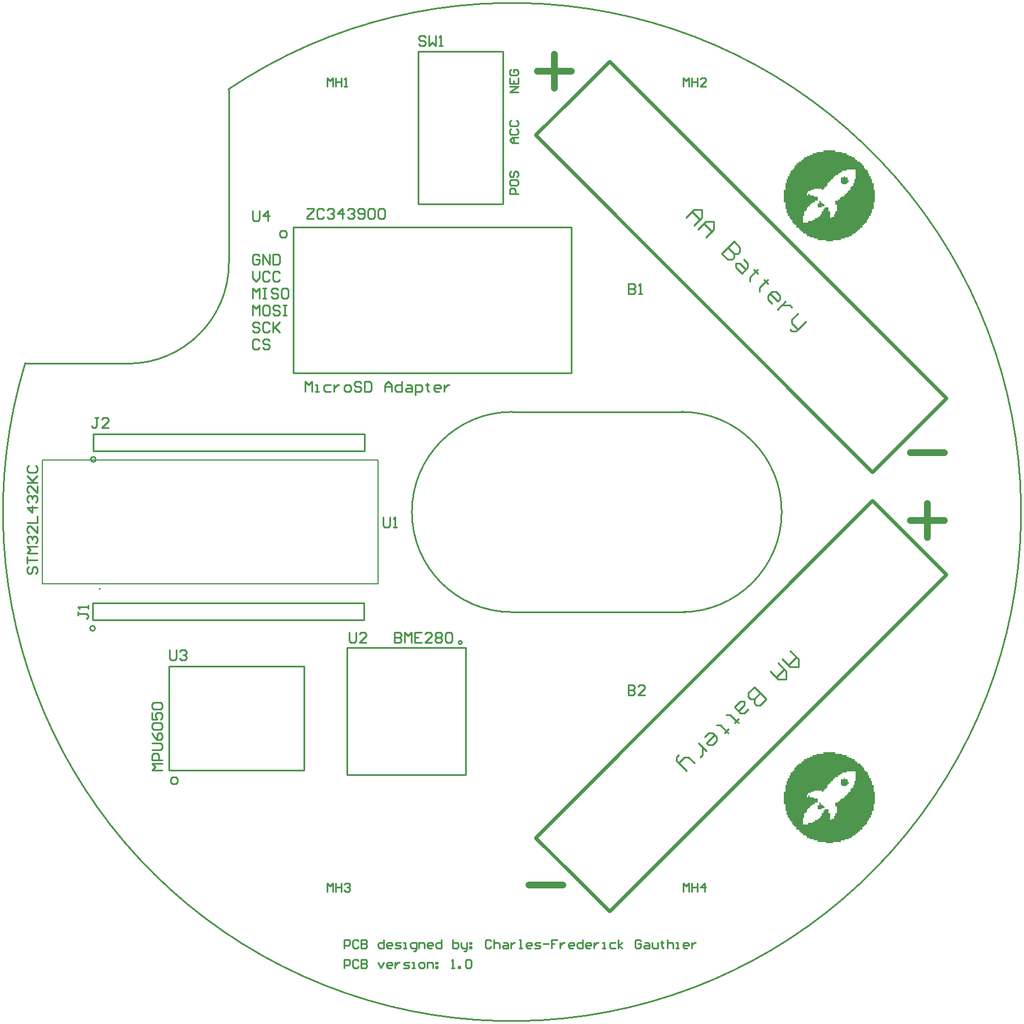
<source format=gto>
G04*
G04 #@! TF.GenerationSoftware,Altium Limited,Altium Designer,20.2.8 (258)*
G04*
G04 Layer_Color=65535*
%FSLAX24Y24*%
%MOIN*%
G70*
G04*
G04 #@! TF.SameCoordinates,38B3CD4D-B414-478E-BCC0-3ABEE8A09775*
G04*
G04*
G04 #@! TF.FilePolarity,Positive*
G04*
G01*
G75*
%ADD10C,0.0100*%
%ADD11C,0.0079*%
%ADD12C,0.0200*%
%ADD13C,0.0050*%
%ADD14C,0.0400*%
G36*
X49080Y15740D02*
X49480D01*
Y15660D01*
X49720D01*
Y15580D01*
X49880D01*
Y15500D01*
X50040D01*
Y15420D01*
X50200D01*
Y15340D01*
X50280D01*
Y15260D01*
X50360D01*
Y15180D01*
X50520D01*
Y15100D01*
X50600D01*
Y15020D01*
X50680D01*
Y14940D01*
X50760D01*
Y14860D01*
Y14780D01*
X50840D01*
Y14700D01*
X50920D01*
Y14620D01*
X51000D01*
Y14540D01*
Y14460D01*
X51080D01*
Y14380D01*
Y14300D01*
X51160D01*
Y14220D01*
Y14140D01*
X51240D01*
Y14060D01*
Y13980D01*
Y13900D01*
X51320D01*
Y13820D01*
Y13740D01*
Y13660D01*
Y13580D01*
Y13500D01*
X51400D01*
Y13420D01*
Y13340D01*
Y13260D01*
Y13180D01*
Y13100D01*
Y13020D01*
Y12940D01*
Y12860D01*
Y12780D01*
X51320D01*
Y12700D01*
Y12620D01*
Y12540D01*
Y12460D01*
Y12380D01*
X51240D01*
Y12300D01*
Y12220D01*
Y12140D01*
X51160D01*
Y12060D01*
Y11980D01*
X51080D01*
Y11900D01*
Y11820D01*
X51000D01*
Y11740D01*
X50920D01*
Y11660D01*
Y11580D01*
X50840D01*
Y11500D01*
X50760D01*
Y11420D01*
X50680D01*
Y11340D01*
Y11260D01*
X50520D01*
Y11180D01*
X50440D01*
Y11100D01*
X50360D01*
Y11020D01*
X50280D01*
Y10940D01*
X50120D01*
Y10860D01*
X50040D01*
Y10780D01*
X49880D01*
Y10700D01*
X49640D01*
Y10620D01*
X49400D01*
Y10540D01*
X48920D01*
Y10460D01*
X48520D01*
Y10540D01*
X48040D01*
Y10620D01*
X47800D01*
Y10700D01*
X47560D01*
Y10780D01*
X47400D01*
Y10860D01*
X47320D01*
Y10940D01*
X47160D01*
Y11020D01*
X47080D01*
Y11100D01*
X47000D01*
Y11180D01*
X46920D01*
Y11260D01*
X46760D01*
Y11340D01*
Y11420D01*
X46680D01*
Y11500D01*
X46600D01*
Y11580D01*
X46520D01*
Y11660D01*
Y11740D01*
X46440D01*
Y11820D01*
X46360D01*
Y11900D01*
Y11980D01*
X46280D01*
Y12060D01*
Y12140D01*
X46200D01*
Y12220D01*
Y12300D01*
Y12380D01*
X46120D01*
Y12460D01*
Y12540D01*
Y12620D01*
Y12700D01*
Y12780D01*
X46040D01*
Y12860D01*
Y12940D01*
Y13020D01*
Y13100D01*
Y13180D01*
Y13260D01*
Y13340D01*
Y13420D01*
Y13500D01*
X46120D01*
Y13580D01*
Y13660D01*
Y13740D01*
Y13820D01*
Y13900D01*
X46200D01*
Y13980D01*
Y14060D01*
Y14140D01*
X46280D01*
Y14220D01*
Y14300D01*
X46360D01*
Y14380D01*
Y14460D01*
X46440D01*
Y14540D01*
Y14620D01*
X46520D01*
Y14700D01*
X46600D01*
Y14780D01*
X46680D01*
Y14860D01*
Y14940D01*
X46760D01*
Y15020D01*
X46840D01*
Y15100D01*
X46920D01*
Y15180D01*
X47080D01*
Y15260D01*
X47160D01*
Y15340D01*
X47240D01*
Y15420D01*
X47400D01*
Y15500D01*
X47560D01*
Y15580D01*
X47720D01*
Y15660D01*
X47960D01*
Y15740D01*
X48360D01*
Y15820D01*
X49080D01*
Y15740D01*
D02*
G37*
G36*
Y51240D02*
X49480D01*
Y51160D01*
X49720D01*
Y51080D01*
X49880D01*
Y51000D01*
X50040D01*
Y50920D01*
X50200D01*
Y50840D01*
X50280D01*
Y50760D01*
X50360D01*
Y50680D01*
X50520D01*
Y50600D01*
X50600D01*
Y50520D01*
X50680D01*
Y50440D01*
X50760D01*
Y50360D01*
Y50280D01*
X50840D01*
Y50200D01*
X50920D01*
Y50120D01*
X51000D01*
Y50040D01*
Y49960D01*
X51080D01*
Y49880D01*
Y49800D01*
X51160D01*
Y49720D01*
Y49640D01*
X51240D01*
Y49560D01*
Y49480D01*
Y49400D01*
X51320D01*
Y49320D01*
Y49240D01*
Y49160D01*
Y49080D01*
Y49000D01*
X51400D01*
Y48920D01*
Y48840D01*
Y48760D01*
Y48680D01*
Y48600D01*
Y48520D01*
Y48440D01*
Y48360D01*
Y48280D01*
X51320D01*
Y48200D01*
Y48120D01*
Y48040D01*
Y47960D01*
Y47880D01*
X51240D01*
Y47800D01*
Y47720D01*
Y47640D01*
X51160D01*
Y47560D01*
Y47480D01*
X51080D01*
Y47400D01*
Y47320D01*
X51000D01*
Y47240D01*
X50920D01*
Y47160D01*
Y47080D01*
X50840D01*
Y47000D01*
X50760D01*
Y46920D01*
X50680D01*
Y46840D01*
Y46760D01*
X50520D01*
Y46680D01*
X50440D01*
Y46600D01*
X50360D01*
Y46520D01*
X50280D01*
Y46440D01*
X50120D01*
Y46360D01*
X50040D01*
Y46280D01*
X49880D01*
Y46200D01*
X49640D01*
Y46120D01*
X49400D01*
Y46040D01*
X48920D01*
Y45960D01*
X48520D01*
Y46040D01*
X48040D01*
Y46120D01*
X47800D01*
Y46200D01*
X47560D01*
Y46280D01*
X47400D01*
Y46360D01*
X47320D01*
Y46440D01*
X47160D01*
Y46520D01*
X47080D01*
Y46600D01*
X47000D01*
Y46680D01*
X46920D01*
Y46760D01*
X46760D01*
Y46840D01*
Y46920D01*
X46680D01*
Y47000D01*
X46600D01*
Y47080D01*
X46520D01*
Y47160D01*
Y47240D01*
X46440D01*
Y47320D01*
X46360D01*
Y47400D01*
Y47480D01*
X46280D01*
Y47560D01*
Y47640D01*
X46200D01*
Y47720D01*
Y47800D01*
Y47880D01*
X46120D01*
Y47960D01*
Y48040D01*
Y48120D01*
Y48200D01*
Y48280D01*
X46040D01*
Y48360D01*
Y48440D01*
Y48520D01*
Y48600D01*
Y48680D01*
Y48760D01*
Y48840D01*
Y48920D01*
Y49000D01*
X46120D01*
Y49080D01*
Y49160D01*
Y49240D01*
Y49320D01*
Y49400D01*
X46200D01*
Y49480D01*
Y49560D01*
Y49640D01*
X46280D01*
Y49720D01*
Y49800D01*
X46360D01*
Y49880D01*
Y49960D01*
X46440D01*
Y50040D01*
Y50120D01*
X46520D01*
Y50200D01*
X46600D01*
Y50280D01*
X46680D01*
Y50360D01*
Y50440D01*
X46760D01*
Y50520D01*
X46840D01*
Y50600D01*
X46920D01*
Y50680D01*
X47080D01*
Y50760D01*
X47160D01*
Y50840D01*
X47240D01*
Y50920D01*
X47400D01*
Y51000D01*
X47560D01*
Y51080D01*
X47720D01*
Y51160D01*
X47960D01*
Y51240D01*
X48360D01*
Y51320D01*
X49080D01*
Y51240D01*
D02*
G37*
%LPC*%
G36*
X50280Y14700D02*
X49720D01*
Y14620D01*
X49480D01*
Y14540D01*
X49320D01*
Y14460D01*
X49240D01*
Y14380D01*
X49080D01*
Y14300D01*
X49000D01*
Y14220D01*
X48920D01*
Y14140D01*
X48840D01*
Y14060D01*
X48760D01*
Y13980D01*
X48680D01*
Y13900D01*
X48600D01*
Y13820D01*
Y13740D01*
X48520D01*
Y13660D01*
X48440D01*
Y13580D01*
X48360D01*
Y13500D01*
X48280D01*
Y13580D01*
X47800D01*
Y13500D01*
X47640D01*
Y13420D01*
X47480D01*
Y13340D01*
X47400D01*
Y13260D01*
Y13180D01*
X47480D01*
Y13260D01*
X47560D01*
Y13180D01*
X47800D01*
Y13100D01*
X48040D01*
Y13020D01*
Y12940D01*
Y12860D01*
X47880D01*
Y12780D01*
X47720D01*
Y12700D01*
X47640D01*
Y12620D01*
X47560D01*
Y12540D01*
X47480D01*
Y12460D01*
X47400D01*
Y12380D01*
Y12300D01*
X47320D01*
Y12220D01*
X47240D01*
Y12140D01*
Y12060D01*
Y11980D01*
X47160D01*
Y11900D01*
Y11820D01*
Y11740D01*
Y11660D01*
Y11580D01*
X47480D01*
Y11660D01*
X47720D01*
Y11740D01*
X47880D01*
Y11820D01*
X48040D01*
Y11900D01*
X48120D01*
Y11980D01*
X48200D01*
Y12060D01*
X48280D01*
Y12140D01*
Y12220D01*
X48360D01*
Y12300D01*
Y12380D01*
X48440D01*
Y12460D01*
X48680D01*
Y12380D01*
Y12300D01*
Y12220D01*
X48760D01*
Y12140D01*
Y12060D01*
Y11980D01*
Y11900D01*
Y11820D01*
X48840D01*
Y11900D01*
X49000D01*
Y11980D01*
Y12060D01*
X49080D01*
Y12140D01*
Y12220D01*
X49160D01*
Y12300D01*
Y12380D01*
Y12460D01*
Y12540D01*
Y12620D01*
X49080D01*
Y12700D01*
Y12780D01*
Y12860D01*
X49240D01*
Y12940D01*
X49320D01*
Y13020D01*
X49400D01*
Y13100D01*
X49560D01*
Y13180D01*
X49640D01*
Y13260D01*
X49720D01*
Y13340D01*
X49800D01*
Y13420D01*
X49880D01*
Y13500D01*
X49960D01*
Y13580D01*
Y13660D01*
X50040D01*
Y13740D01*
X50120D01*
Y13820D01*
Y13900D01*
X50200D01*
Y13980D01*
Y14060D01*
Y14140D01*
X50280D01*
Y14220D01*
Y14300D01*
Y14380D01*
Y14460D01*
Y14540D01*
Y14620D01*
Y14700D01*
D02*
G37*
%LPD*%
G36*
X49640Y14220D02*
X49800D01*
Y14140D01*
Y14060D01*
X49880D01*
Y13980D01*
X49800D01*
Y13900D01*
X49720D01*
Y13820D01*
X49480D01*
Y13900D01*
X49400D01*
Y13980D01*
Y14060D01*
Y14140D01*
Y14220D01*
X49560D01*
Y14300D01*
X49640D01*
Y14220D01*
D02*
G37*
G36*
X48200Y12780D02*
X48280D01*
Y12700D01*
X48360D01*
Y12620D01*
X48440D01*
Y12540D01*
X48280D01*
Y12460D01*
X48040D01*
Y12540D01*
Y12620D01*
Y12700D01*
X48120D01*
Y12780D01*
Y12860D01*
X48200D01*
Y12780D01*
D02*
G37*
%LPC*%
G36*
X50280Y50200D02*
X49720D01*
Y50120D01*
X49480D01*
Y50040D01*
X49320D01*
Y49960D01*
X49240D01*
Y49880D01*
X49080D01*
Y49800D01*
X49000D01*
Y49720D01*
X48920D01*
Y49640D01*
X48840D01*
Y49560D01*
X48760D01*
Y49480D01*
X48680D01*
Y49400D01*
X48600D01*
Y49320D01*
Y49240D01*
X48520D01*
Y49160D01*
X48440D01*
Y49080D01*
X48360D01*
Y49000D01*
X48280D01*
Y49080D01*
X47800D01*
Y49000D01*
X47640D01*
Y48920D01*
X47480D01*
Y48840D01*
X47400D01*
Y48760D01*
Y48680D01*
X47480D01*
Y48760D01*
X47560D01*
Y48680D01*
X47800D01*
Y48600D01*
X48040D01*
Y48520D01*
Y48440D01*
Y48360D01*
X47880D01*
Y48280D01*
X47720D01*
Y48200D01*
X47640D01*
Y48120D01*
X47560D01*
Y48040D01*
X47480D01*
Y47960D01*
X47400D01*
Y47880D01*
Y47800D01*
X47320D01*
Y47720D01*
X47240D01*
Y47640D01*
Y47560D01*
Y47480D01*
X47160D01*
Y47400D01*
Y47320D01*
Y47240D01*
Y47160D01*
Y47080D01*
X47480D01*
Y47160D01*
X47720D01*
Y47240D01*
X47880D01*
Y47320D01*
X48040D01*
Y47400D01*
X48120D01*
Y47480D01*
X48200D01*
Y47560D01*
X48280D01*
Y47640D01*
Y47720D01*
X48360D01*
Y47800D01*
Y47880D01*
X48440D01*
Y47960D01*
X48680D01*
Y47880D01*
Y47800D01*
Y47720D01*
X48760D01*
Y47640D01*
Y47560D01*
Y47480D01*
Y47400D01*
Y47320D01*
X48840D01*
Y47400D01*
X49000D01*
Y47480D01*
Y47560D01*
X49080D01*
Y47640D01*
Y47720D01*
X49160D01*
Y47800D01*
Y47880D01*
Y47960D01*
Y48040D01*
Y48120D01*
X49080D01*
Y48200D01*
Y48280D01*
Y48360D01*
X49240D01*
Y48440D01*
X49320D01*
Y48520D01*
X49400D01*
Y48600D01*
X49560D01*
Y48680D01*
X49640D01*
Y48760D01*
X49720D01*
Y48840D01*
X49800D01*
Y48920D01*
X49880D01*
Y49000D01*
X49960D01*
Y49080D01*
Y49160D01*
X50040D01*
Y49240D01*
X50120D01*
Y49320D01*
Y49400D01*
X50200D01*
Y49480D01*
Y49560D01*
Y49640D01*
X50280D01*
Y49720D01*
Y49800D01*
Y49880D01*
Y49960D01*
Y50040D01*
Y50120D01*
Y50200D01*
D02*
G37*
%LPD*%
G36*
X49640Y49720D02*
X49800D01*
Y49640D01*
Y49560D01*
X49880D01*
Y49480D01*
X49800D01*
Y49400D01*
X49720D01*
Y49320D01*
X49480D01*
Y49400D01*
X49400D01*
Y49480D01*
Y49560D01*
Y49640D01*
Y49720D01*
X49560D01*
Y49800D01*
X49640D01*
Y49720D01*
D02*
G37*
G36*
X48200Y48280D02*
X48280D01*
Y48200D01*
X48360D01*
Y48120D01*
X48440D01*
Y48040D01*
X48280D01*
Y47960D01*
X48040D01*
Y48040D01*
Y48120D01*
Y48200D01*
X48120D01*
Y48280D01*
Y48360D01*
X48200D01*
Y48280D01*
D02*
G37*
D10*
X5410Y23140D02*
G03*
X5410Y23140I-150J0D01*
G01*
X5450Y33100D02*
G03*
X5450Y33100I-150J0D01*
G01*
X27050Y22300D02*
G03*
X27050Y22300I-100J0D01*
G01*
X5260Y23640D02*
Y24640D01*
X21260D01*
Y23640D02*
Y24640D01*
X5260Y23640D02*
X21260D01*
X5300Y33600D02*
Y34600D01*
X21300D01*
Y33600D02*
Y34600D01*
X5300Y33600D02*
X21300D01*
X29450Y48150D02*
Y57150D01*
X24450D02*
X29450D01*
X24450Y48150D02*
Y57150D01*
Y48150D02*
X29450D01*
X17300Y46800D02*
X17300Y46800D01*
X17100Y46800D02*
X17300D01*
X17100D02*
X17100Y46800D01*
X17100Y38200D02*
Y46800D01*
Y38200D02*
X33500Y38200D01*
Y46800D01*
X17300Y46800D02*
X33500Y46800D01*
X9750Y14750D02*
X17727D01*
X9750D02*
Y20876D01*
Y20900D02*
X17727D01*
Y14750D02*
Y20876D01*
X20250Y14500D02*
X27250D01*
Y22000D01*
X20250Y14500D02*
Y22000D01*
X27250D01*
X40256Y47367D02*
X40727Y47838D01*
X41199D01*
X41199Y47367D01*
X40727Y46895D01*
X41081Y47249D01*
X40610Y47720D01*
X40963Y46660D02*
X41434Y47131D01*
X41905D01*
X41905Y46660D01*
X41434Y46189D01*
X41788Y46542D01*
X41316Y47013D01*
X43084Y45953D02*
X42377Y45246D01*
X42730Y44893D01*
X42966D01*
X43084Y45010D01*
X43084Y45246D01*
X42730Y45599D01*
X43084Y45246D01*
X43319D01*
X43437Y45364D01*
Y45599D01*
X43084Y45953D01*
X43673Y44893D02*
X43908Y44657D01*
Y44421D01*
X43555Y44068D01*
X43201Y44421D01*
Y44657D01*
X43437D01*
X43790Y44303D01*
X44497Y44303D02*
X44380Y44186D01*
X44262Y44303D01*
X44497Y44068D01*
X44380Y44186D01*
X44026Y43832D01*
Y43597D01*
X45086Y43714D02*
X44969Y43597D01*
X44851Y43714D01*
X45086Y43479D01*
X44969Y43597D01*
X44615Y43243D01*
Y43008D01*
X45322Y42301D02*
X45086Y42536D01*
Y42772D01*
X45322Y43008D01*
X45558D01*
X45793Y42772D01*
Y42536D01*
X45675Y42418D01*
X45204Y42890D01*
X46147Y42418D02*
X45675Y41947D01*
X45911Y42183D01*
X46147Y42183D01*
X46382D01*
X46500Y42065D01*
X46854Y41712D02*
X46500Y41358D01*
Y41123D01*
X46854Y40769D01*
X46736Y40651D01*
X46500D01*
X46382Y40769D01*
X46854Y40769D02*
X47325Y41240D01*
X46415Y21792D02*
X46886Y21321D01*
Y20850D01*
X46415Y20850D01*
X45944Y21321D01*
X46297Y20968D01*
X46768Y21439D01*
X45708Y21085D02*
X46179Y20614D01*
Y20143D01*
X45708Y20143D01*
X45237Y20614D01*
X45590Y20261D01*
X46062Y20732D01*
X45001Y18965D02*
X44294Y19672D01*
X43941Y19318D01*
Y19083D01*
X44059Y18965D01*
X44294Y18965D01*
X44648Y19318D01*
X44294Y18965D01*
Y18729D01*
X44412Y18611D01*
X44648D01*
X45001Y18965D01*
X43941Y18376D02*
X43705Y18140D01*
X43470D01*
X43116Y18493D01*
X43470Y18847D01*
X43705D01*
Y18611D01*
X43352Y18258D01*
X43352Y17551D02*
X43234Y17669D01*
X43352Y17787D01*
X43116Y17551D01*
X43234Y17669D01*
X42881Y18022D01*
X42645D01*
X42763Y16962D02*
X42645Y17080D01*
X42763Y17198D01*
X42527Y16962D01*
X42645Y17080D01*
X42292Y17433D01*
X42056D01*
X41349Y16726D02*
X41585Y16962D01*
X41820D01*
X42056Y16726D01*
Y16491D01*
X41820Y16255D01*
X41585D01*
X41467Y16373D01*
X41938Y16844D01*
X41467Y15902D02*
X40996Y16373D01*
X41231Y16137D01*
X41231Y15902D01*
Y15666D01*
X41113Y15548D01*
X40760Y15195D02*
X40407Y15548D01*
X40171D01*
X39817Y15195D01*
X39700Y15313D01*
Y15548D01*
X39817Y15666D01*
X39817Y15195D02*
X40289Y14723D01*
X30350Y48750D02*
X29850D01*
Y49000D01*
X29933Y49083D01*
X30100D01*
X30183Y49000D01*
Y48750D01*
X29850Y49500D02*
Y49333D01*
X29933Y49250D01*
X30267D01*
X30350Y49333D01*
Y49500D01*
X30267Y49583D01*
X29933D01*
X29850Y49500D01*
X29933Y50083D02*
X29850Y50000D01*
Y49833D01*
X29933Y49750D01*
X30017D01*
X30100Y49833D01*
Y50000D01*
X30183Y50083D01*
X30267D01*
X30350Y50000D01*
Y49833D01*
X30267Y49750D01*
X30350Y54750D02*
X29850D01*
X30350Y55083D01*
X29850D01*
Y55583D02*
Y55250D01*
X30350D01*
Y55583D01*
X30100Y55250D02*
Y55416D01*
X29933Y56083D02*
X29850Y56000D01*
Y55833D01*
X29933Y55750D01*
X30267D01*
X30350Y55833D01*
Y56000D01*
X30267Y56083D01*
X30100D01*
Y55916D01*
X30350Y51750D02*
X30017D01*
X29850Y51917D01*
X30017Y52083D01*
X30350D01*
X30100D01*
Y51750D01*
X29933Y52583D02*
X29850Y52500D01*
Y52333D01*
X29933Y52250D01*
X30267D01*
X30350Y52333D01*
Y52500D01*
X30267Y52583D01*
X29933Y53083D02*
X29850Y53000D01*
Y52833D01*
X29933Y52750D01*
X30267D01*
X30350Y52833D01*
Y53000D01*
X30267Y53083D01*
X1484Y26750D02*
X1384Y26650D01*
Y26450D01*
X1484Y26350D01*
X1584D01*
X1684Y26450D01*
Y26650D01*
X1784Y26750D01*
X1884D01*
X1984Y26650D01*
Y26450D01*
X1884Y26350D01*
X1384Y26950D02*
Y27350D01*
Y27150D01*
X1984D01*
Y27550D02*
X1384D01*
X1584Y27750D01*
X1384Y27949D01*
X1984D01*
X1484Y28149D02*
X1384Y28249D01*
Y28449D01*
X1484Y28549D01*
X1584D01*
X1684Y28449D01*
Y28349D01*
Y28449D01*
X1784Y28549D01*
X1884D01*
X1984Y28449D01*
Y28249D01*
X1884Y28149D01*
X1984Y29149D02*
Y28749D01*
X1584Y29149D01*
X1484D01*
X1384Y29049D01*
Y28849D01*
X1484Y28749D01*
X1384Y29349D02*
X1984D01*
Y29749D01*
Y30249D02*
X1384D01*
X1684Y29949D01*
Y30349D01*
X1484Y30549D02*
X1384Y30649D01*
Y30849D01*
X1484Y30949D01*
X1584D01*
X1684Y30849D01*
Y30749D01*
Y30849D01*
X1784Y30949D01*
X1884D01*
X1984Y30849D01*
Y30649D01*
X1884Y30549D01*
X1984Y31548D02*
Y31148D01*
X1584Y31548D01*
X1484D01*
X1384Y31448D01*
Y31248D01*
X1484Y31148D01*
X1384Y31748D02*
X1984D01*
X1784D01*
X1384Y32148D01*
X1684Y31848D01*
X1984Y32148D01*
X1484Y32748D02*
X1384Y32648D01*
Y32448D01*
X1484Y32348D01*
X1884D01*
X1984Y32448D01*
Y32648D01*
X1884Y32748D01*
X17800Y37100D02*
Y37700D01*
X18000Y37500D01*
X18200Y37700D01*
Y37100D01*
X18400D02*
X18600D01*
X18500D01*
Y37500D01*
X18400D01*
X19300D02*
X19000D01*
X18900Y37400D01*
Y37200D01*
X19000Y37100D01*
X19300D01*
X19499Y37500D02*
Y37100D01*
Y37300D01*
X19599Y37400D01*
X19699Y37500D01*
X19799D01*
X20199Y37100D02*
X20399D01*
X20499Y37200D01*
Y37400D01*
X20399Y37500D01*
X20199D01*
X20099Y37400D01*
Y37200D01*
X20199Y37100D01*
X21099Y37600D02*
X20999Y37700D01*
X20799D01*
X20699Y37600D01*
Y37500D01*
X20799Y37400D01*
X20999D01*
X21099Y37300D01*
Y37200D01*
X20999Y37100D01*
X20799D01*
X20699Y37200D01*
X21299Y37700D02*
Y37100D01*
X21599D01*
X21699Y37200D01*
Y37600D01*
X21599Y37700D01*
X21299D01*
X22498Y37100D02*
Y37500D01*
X22698Y37700D01*
X22898Y37500D01*
Y37100D01*
Y37400D01*
X22498D01*
X23498Y37700D02*
Y37100D01*
X23198D01*
X23098Y37200D01*
Y37400D01*
X23198Y37500D01*
X23498D01*
X23798D02*
X23998D01*
X24098Y37400D01*
Y37100D01*
X23798D01*
X23698Y37200D01*
X23798Y37300D01*
X24098D01*
X24298Y36900D02*
Y37500D01*
X24598D01*
X24698Y37400D01*
Y37200D01*
X24598Y37100D01*
X24298D01*
X24998Y37600D02*
Y37500D01*
X24898D01*
X25098D01*
X24998D01*
Y37200D01*
X25098Y37100D01*
X25697D02*
X25498D01*
X25398Y37200D01*
Y37400D01*
X25498Y37500D01*
X25697D01*
X25797Y37400D01*
Y37300D01*
X25398D01*
X25997Y37500D02*
Y37100D01*
Y37300D01*
X26097Y37400D01*
X26197Y37500D01*
X26297D01*
X17900Y47900D02*
X18300D01*
Y47800D01*
X17900Y47400D01*
Y47300D01*
X18300D01*
X18900Y47800D02*
X18800Y47900D01*
X18600D01*
X18500Y47800D01*
Y47400D01*
X18600Y47300D01*
X18800D01*
X18900Y47400D01*
X19100Y47800D02*
X19200Y47900D01*
X19400D01*
X19499Y47800D01*
Y47700D01*
X19400Y47600D01*
X19300D01*
X19400D01*
X19499Y47500D01*
Y47400D01*
X19400Y47300D01*
X19200D01*
X19100Y47400D01*
X19999Y47300D02*
Y47900D01*
X19699Y47600D01*
X20099D01*
X20299Y47800D02*
X20399Y47900D01*
X20599D01*
X20699Y47800D01*
Y47700D01*
X20599Y47600D01*
X20499D01*
X20599D01*
X20699Y47500D01*
Y47400D01*
X20599Y47300D01*
X20399D01*
X20299Y47400D01*
X20899D02*
X20999Y47300D01*
X21199D01*
X21299Y47400D01*
Y47800D01*
X21199Y47900D01*
X20999D01*
X20899Y47800D01*
Y47700D01*
X20999Y47600D01*
X21299D01*
X21499Y47800D02*
X21599Y47900D01*
X21799D01*
X21899Y47800D01*
Y47400D01*
X21799Y47300D01*
X21599D01*
X21499Y47400D01*
Y47800D01*
X22099D02*
X22199Y47900D01*
X22399D01*
X22499Y47800D01*
Y47400D01*
X22399Y47300D01*
X22199D01*
X22099Y47400D01*
Y47800D01*
X15100Y40100D02*
X15000Y40200D01*
X14800D01*
X14700Y40100D01*
Y39700D01*
X14800Y39600D01*
X15000D01*
X15100Y39700D01*
X15700Y40100D02*
X15600Y40200D01*
X15400D01*
X15300Y40100D01*
Y40000D01*
X15400Y39900D01*
X15600D01*
X15700Y39800D01*
Y39700D01*
X15600Y39600D01*
X15400D01*
X15300Y39700D01*
X15100Y41100D02*
X15000Y41200D01*
X14800D01*
X14700Y41100D01*
Y41000D01*
X14800Y40900D01*
X15000D01*
X15100Y40800D01*
Y40700D01*
X15000Y40600D01*
X14800D01*
X14700Y40700D01*
X15700Y41100D02*
X15600Y41200D01*
X15400D01*
X15300Y41100D01*
Y40700D01*
X15400Y40600D01*
X15600D01*
X15700Y40700D01*
X15900Y41200D02*
Y40600D01*
Y40800D01*
X16299Y41200D01*
X16000Y40900D01*
X16299Y40600D01*
X14700Y41600D02*
Y42200D01*
X14900Y42000D01*
X15100Y42200D01*
Y41600D01*
X15600Y42200D02*
X15400D01*
X15300Y42100D01*
Y41700D01*
X15400Y41600D01*
X15600D01*
X15700Y41700D01*
Y42100D01*
X15600Y42200D01*
X16299Y42100D02*
X16200Y42200D01*
X16000D01*
X15900Y42100D01*
Y42000D01*
X16000Y41900D01*
X16200D01*
X16299Y41800D01*
Y41700D01*
X16200Y41600D01*
X16000D01*
X15900Y41700D01*
X16499Y42200D02*
X16699D01*
X16599D01*
Y41600D01*
X16499D01*
X16699D01*
X14700Y42600D02*
Y43200D01*
X14900Y43000D01*
X15100Y43200D01*
Y42600D01*
X15300Y43200D02*
X15500D01*
X15400D01*
Y42600D01*
X15300D01*
X15500D01*
X16200Y43100D02*
X16100Y43200D01*
X15900D01*
X15800Y43100D01*
Y43000D01*
X15900Y42900D01*
X16100D01*
X16200Y42800D01*
Y42700D01*
X16100Y42600D01*
X15900D01*
X15800Y42700D01*
X16699Y43200D02*
X16499D01*
X16399Y43100D01*
Y42700D01*
X16499Y42600D01*
X16699D01*
X16799Y42700D01*
Y43100D01*
X16699Y43200D01*
X14700Y44200D02*
Y43800D01*
X14900Y43600D01*
X15100Y43800D01*
Y44200D01*
X15700Y44100D02*
X15600Y44200D01*
X15400D01*
X15300Y44100D01*
Y43700D01*
X15400Y43600D01*
X15600D01*
X15700Y43700D01*
X16299Y44100D02*
X16200Y44200D01*
X16000D01*
X15900Y44100D01*
Y43700D01*
X16000Y43600D01*
X16200D01*
X16299Y43700D01*
X15100Y45100D02*
X15000Y45200D01*
X14800D01*
X14700Y45100D01*
Y44700D01*
X14800Y44600D01*
X15000D01*
X15100Y44700D01*
Y44900D01*
X14900D01*
X15300Y44600D02*
Y45200D01*
X15700Y44600D01*
Y45200D01*
X15900D02*
Y44600D01*
X16200D01*
X16299Y44700D01*
Y45100D01*
X16200Y45200D01*
X15900D01*
X16400Y46200D02*
X16600D01*
X16700Y46300D01*
Y46500D01*
X16600Y46600D01*
X16400D01*
X16300Y46500D01*
Y46300D01*
X16400Y46200D01*
X9350Y14750D02*
X8750D01*
X8950Y14950D01*
X8750Y15150D01*
X9350D01*
Y15350D02*
X8750D01*
Y15650D01*
X8850Y15750D01*
X9050D01*
X9150Y15650D01*
Y15350D01*
X8750Y15950D02*
X9250D01*
X9350Y16050D01*
Y16250D01*
X9250Y16349D01*
X8750D01*
Y16949D02*
X8850Y16749D01*
X9050Y16549D01*
X9250D01*
X9350Y16649D01*
Y16849D01*
X9250Y16949D01*
X9150D01*
X9050Y16849D01*
Y16549D01*
X8850Y17149D02*
X8750Y17249D01*
Y17449D01*
X8850Y17549D01*
X9250D01*
X9350Y17449D01*
Y17249D01*
X9250Y17149D01*
X8850D01*
X8750Y18149D02*
Y17749D01*
X9050D01*
X8950Y17949D01*
Y18049D01*
X9050Y18149D01*
X9250D01*
X9350Y18049D01*
Y17849D01*
X9250Y17749D01*
X8850Y18349D02*
X8750Y18449D01*
Y18649D01*
X8850Y18749D01*
X9250D01*
X9350Y18649D01*
Y18449D01*
X9250Y18349D01*
X8850D01*
X10250Y14050D02*
Y14250D01*
X10150Y14350D01*
X9950D01*
X9850Y14250D01*
Y14050D01*
X9950Y13950D01*
X10150D01*
X10250Y14050D01*
X23050Y22900D02*
Y22300D01*
X23350D01*
X23450Y22400D01*
Y22500D01*
X23350Y22600D01*
X23050D01*
X23350D01*
X23450Y22700D01*
Y22800D01*
X23350Y22900D01*
X23050D01*
X23650Y22300D02*
Y22900D01*
X23850Y22700D01*
X24050Y22900D01*
Y22300D01*
X24649Y22900D02*
X24250D01*
Y22300D01*
X24649D01*
X24250Y22600D02*
X24450D01*
X25249Y22300D02*
X24849D01*
X25249Y22700D01*
Y22800D01*
X25149Y22900D01*
X24949D01*
X24849Y22800D01*
X25449D02*
X25549Y22900D01*
X25749D01*
X25849Y22800D01*
Y22700D01*
X25749Y22600D01*
X25849Y22500D01*
Y22400D01*
X25749Y22300D01*
X25549D01*
X25449Y22400D01*
Y22500D01*
X25549Y22600D01*
X25449Y22700D01*
Y22800D01*
X25549Y22600D02*
X25749D01*
X26049Y22800D02*
X26149Y22900D01*
X26349D01*
X26449Y22800D01*
Y22400D01*
X26349Y22300D01*
X26149D01*
X26049Y22400D01*
Y22800D01*
X5600Y35550D02*
X5400D01*
X5500D01*
Y35050D01*
X5400Y34950D01*
X5300D01*
X5200Y35050D01*
X6200Y34950D02*
X5800D01*
X6200Y35350D01*
Y35450D01*
X6100Y35550D01*
X5900D01*
X5800Y35450D01*
X22400Y29700D02*
Y29200D01*
X22500Y29100D01*
X22700D01*
X22800Y29200D01*
Y29700D01*
X23000Y29100D02*
X23200D01*
X23100D01*
Y29700D01*
X23000Y29600D01*
X4400Y24100D02*
Y23900D01*
Y24000D01*
X4900D01*
X5000Y23900D01*
Y23800D01*
X4900Y23700D01*
X5000Y24300D02*
Y24500D01*
Y24400D01*
X4400D01*
X4500Y24300D01*
X20100Y3100D02*
Y3600D01*
X20350D01*
X20433Y3517D01*
Y3350D01*
X20350Y3267D01*
X20100D01*
X20933Y3517D02*
X20850Y3600D01*
X20683D01*
X20600Y3517D01*
Y3183D01*
X20683Y3100D01*
X20850D01*
X20933Y3183D01*
X21100Y3600D02*
Y3100D01*
X21350D01*
X21433Y3183D01*
Y3267D01*
X21350Y3350D01*
X21100D01*
X21350D01*
X21433Y3433D01*
Y3517D01*
X21350Y3600D01*
X21100D01*
X22099Y3433D02*
X22266Y3100D01*
X22433Y3433D01*
X22849Y3100D02*
X22682D01*
X22599Y3183D01*
Y3350D01*
X22682Y3433D01*
X22849D01*
X22932Y3350D01*
Y3267D01*
X22599D01*
X23099Y3433D02*
Y3100D01*
Y3267D01*
X23182Y3350D01*
X23266Y3433D01*
X23349D01*
X23599Y3100D02*
X23849D01*
X23932Y3183D01*
X23849Y3267D01*
X23682D01*
X23599Y3350D01*
X23682Y3433D01*
X23932D01*
X24099Y3100D02*
X24265D01*
X24182D01*
Y3433D01*
X24099D01*
X24599Y3100D02*
X24765D01*
X24848Y3183D01*
Y3350D01*
X24765Y3433D01*
X24599D01*
X24515Y3350D01*
Y3183D01*
X24599Y3100D01*
X25015D02*
Y3433D01*
X25265D01*
X25348Y3350D01*
Y3100D01*
X25515Y3433D02*
X25598D01*
Y3350D01*
X25515D01*
Y3433D01*
Y3183D02*
X25598D01*
Y3100D01*
X25515D01*
Y3183D01*
X26431Y3100D02*
X26598D01*
X26515D01*
Y3600D01*
X26431Y3517D01*
X26848Y3100D02*
Y3183D01*
X26931D01*
Y3100D01*
X26848D01*
X27264Y3517D02*
X27348Y3600D01*
X27514D01*
X27598Y3517D01*
Y3183D01*
X27514Y3100D01*
X27348D01*
X27264Y3183D01*
Y3517D01*
X20100Y4267D02*
Y4766D01*
X20350D01*
X20433Y4683D01*
Y4517D01*
X20350Y4433D01*
X20100D01*
X20933Y4683D02*
X20850Y4766D01*
X20683D01*
X20600Y4683D01*
Y4350D01*
X20683Y4267D01*
X20850D01*
X20933Y4350D01*
X21100Y4766D02*
Y4267D01*
X21350D01*
X21433Y4350D01*
Y4433D01*
X21350Y4517D01*
X21100D01*
X21350D01*
X21433Y4600D01*
Y4683D01*
X21350Y4766D01*
X21100D01*
X22433D02*
Y4267D01*
X22183D01*
X22099Y4350D01*
Y4517D01*
X22183Y4600D01*
X22433D01*
X22849Y4267D02*
X22682D01*
X22599Y4350D01*
Y4517D01*
X22682Y4600D01*
X22849D01*
X22932Y4517D01*
Y4433D01*
X22599D01*
X23099Y4267D02*
X23349D01*
X23432Y4350D01*
X23349Y4433D01*
X23182D01*
X23099Y4517D01*
X23182Y4600D01*
X23432D01*
X23599Y4267D02*
X23765D01*
X23682D01*
Y4600D01*
X23599D01*
X24182Y4100D02*
X24265D01*
X24349Y4183D01*
Y4600D01*
X24099D01*
X24015Y4517D01*
Y4350D01*
X24099Y4267D01*
X24349D01*
X24515D02*
Y4600D01*
X24765D01*
X24848Y4517D01*
Y4267D01*
X25265D02*
X25098D01*
X25015Y4350D01*
Y4517D01*
X25098Y4600D01*
X25265D01*
X25348Y4517D01*
Y4433D01*
X25015D01*
X25848Y4766D02*
Y4267D01*
X25598D01*
X25515Y4350D01*
Y4517D01*
X25598Y4600D01*
X25848D01*
X26515Y4766D02*
Y4267D01*
X26765D01*
X26848Y4350D01*
Y4433D01*
Y4517D01*
X26765Y4600D01*
X26515D01*
X27014D02*
Y4350D01*
X27098Y4267D01*
X27348D01*
Y4183D01*
X27264Y4100D01*
X27181D01*
X27348Y4267D02*
Y4600D01*
X27514D02*
X27598D01*
Y4517D01*
X27514D01*
Y4600D01*
Y4350D02*
X27598D01*
Y4267D01*
X27514D01*
Y4350D01*
X28764Y4683D02*
X28681Y4766D01*
X28514D01*
X28431Y4683D01*
Y4350D01*
X28514Y4267D01*
X28681D01*
X28764Y4350D01*
X28930Y4766D02*
Y4267D01*
Y4517D01*
X29014Y4600D01*
X29180D01*
X29264Y4517D01*
Y4267D01*
X29514Y4600D02*
X29680D01*
X29764Y4517D01*
Y4267D01*
X29514D01*
X29430Y4350D01*
X29514Y4433D01*
X29764D01*
X29930Y4600D02*
Y4267D01*
Y4433D01*
X30013Y4517D01*
X30097Y4600D01*
X30180D01*
X30430Y4267D02*
X30597D01*
X30513D01*
Y4766D01*
X30430D01*
X31096Y4267D02*
X30930D01*
X30847Y4350D01*
Y4517D01*
X30930Y4600D01*
X31096D01*
X31180Y4517D01*
Y4433D01*
X30847D01*
X31346Y4267D02*
X31596D01*
X31680Y4350D01*
X31596Y4433D01*
X31430D01*
X31346Y4517D01*
X31430Y4600D01*
X31680D01*
X31846Y4517D02*
X32179D01*
X32679Y4766D02*
X32346D01*
Y4517D01*
X32513D01*
X32346D01*
Y4267D01*
X32846Y4600D02*
Y4267D01*
Y4433D01*
X32929Y4517D01*
X33012Y4600D01*
X33096D01*
X33596Y4267D02*
X33429D01*
X33346Y4350D01*
Y4517D01*
X33429Y4600D01*
X33596D01*
X33679Y4517D01*
Y4433D01*
X33346D01*
X34179Y4766D02*
Y4267D01*
X33929D01*
X33846Y4350D01*
Y4517D01*
X33929Y4600D01*
X34179D01*
X34595Y4267D02*
X34429D01*
X34345Y4350D01*
Y4517D01*
X34429Y4600D01*
X34595D01*
X34679Y4517D01*
Y4433D01*
X34345D01*
X34845Y4600D02*
Y4267D01*
Y4433D01*
X34929Y4517D01*
X35012Y4600D01*
X35095D01*
X35345Y4267D02*
X35512D01*
X35428D01*
Y4600D01*
X35345D01*
X36095D02*
X35845D01*
X35762Y4517D01*
Y4350D01*
X35845Y4267D01*
X36095D01*
X36261D02*
Y4766D01*
Y4433D02*
X36511Y4600D01*
X36261Y4433D02*
X36511Y4267D01*
X37594Y4683D02*
X37511Y4766D01*
X37344D01*
X37261Y4683D01*
Y4350D01*
X37344Y4267D01*
X37511D01*
X37594Y4350D01*
Y4517D01*
X37428D01*
X37844Y4600D02*
X38011D01*
X38094Y4517D01*
Y4267D01*
X37844D01*
X37761Y4350D01*
X37844Y4433D01*
X38094D01*
X38261Y4600D02*
Y4350D01*
X38344Y4267D01*
X38594D01*
Y4600D01*
X38844Y4683D02*
Y4600D01*
X38761D01*
X38927D01*
X38844D01*
Y4350D01*
X38927Y4267D01*
X39177Y4766D02*
Y4267D01*
Y4517D01*
X39260Y4600D01*
X39427D01*
X39510Y4517D01*
Y4267D01*
X39677D02*
X39844D01*
X39760D01*
Y4600D01*
X39677D01*
X40343Y4267D02*
X40177D01*
X40094Y4350D01*
Y4517D01*
X40177Y4600D01*
X40343D01*
X40427Y4517D01*
Y4433D01*
X40094D01*
X40593Y4600D02*
Y4267D01*
Y4433D01*
X40677Y4517D01*
X40760Y4600D01*
X40843D01*
X40100Y7600D02*
Y8100D01*
X40267Y7933D01*
X40433Y8100D01*
Y7600D01*
X40600Y8100D02*
Y7600D01*
Y7850D01*
X40933D01*
Y8100D01*
Y7600D01*
X41350D02*
Y8100D01*
X41100Y7850D01*
X41433D01*
X19100Y7600D02*
Y8100D01*
X19267Y7933D01*
X19433Y8100D01*
Y7600D01*
X19600Y8100D02*
Y7600D01*
Y7850D01*
X19933D01*
Y8100D01*
Y7600D01*
X20100Y8017D02*
X20183Y8100D01*
X20350D01*
X20433Y8017D01*
Y7933D01*
X20350Y7850D01*
X20266D01*
X20350D01*
X20433Y7767D01*
Y7683D01*
X20350Y7600D01*
X20183D01*
X20100Y7683D01*
X40100Y55100D02*
Y55600D01*
X40267Y55433D01*
X40433Y55600D01*
Y55100D01*
X40600Y55600D02*
Y55100D01*
Y55350D01*
X40933D01*
Y55600D01*
Y55100D01*
X41433D02*
X41100D01*
X41433Y55433D01*
Y55517D01*
X41350Y55600D01*
X41183D01*
X41100Y55517D01*
X19100Y55100D02*
Y55600D01*
X19267Y55433D01*
X19433Y55600D01*
Y55100D01*
X19600Y55600D02*
Y55100D01*
Y55350D01*
X19933D01*
Y55600D01*
Y55100D01*
X20100D02*
X20266D01*
X20183D01*
Y55600D01*
X20100Y55517D01*
X24900Y58000D02*
X24800Y58100D01*
X24600D01*
X24500Y58000D01*
Y57900D01*
X24600Y57800D01*
X24800D01*
X24900Y57700D01*
Y57600D01*
X24800Y57500D01*
X24600D01*
X24500Y57600D01*
X25100Y58100D02*
Y57500D01*
X25300Y57700D01*
X25500Y57500D01*
Y58100D01*
X25700Y57500D02*
X25900D01*
X25800D01*
Y58100D01*
X25700Y58000D01*
X36849Y19798D02*
Y19198D01*
X37148D01*
X37248Y19298D01*
Y19398D01*
X37148Y19498D01*
X36849D01*
X37148D01*
X37248Y19598D01*
Y19698D01*
X37148Y19798D01*
X36849D01*
X37848Y19198D02*
X37448D01*
X37848Y19598D01*
Y19698D01*
X37748Y19798D01*
X37548D01*
X37448Y19698D01*
X36850Y43450D02*
Y42850D01*
X37150D01*
X37250Y42950D01*
Y43050D01*
X37150Y43150D01*
X36850D01*
X37150D01*
X37250Y43250D01*
Y43350D01*
X37150Y43450D01*
X36850D01*
X37450Y42850D02*
X37650D01*
X37550D01*
Y43450D01*
X37450Y43350D01*
X14700Y47750D02*
Y47250D01*
X14800Y47150D01*
X15000D01*
X15100Y47250D01*
Y47750D01*
X15600Y47150D02*
Y47750D01*
X15300Y47450D01*
X15700D01*
X9800Y21850D02*
Y21350D01*
X9900Y21250D01*
X10100D01*
X10200Y21350D01*
Y21850D01*
X10400Y21750D02*
X10500Y21850D01*
X10700D01*
X10800Y21750D01*
Y21650D01*
X10700Y21550D01*
X10600D01*
X10700D01*
X10800Y21450D01*
Y21350D01*
X10700Y21250D01*
X10500D01*
X10400Y21350D01*
X20400Y22900D02*
Y22400D01*
X20500Y22300D01*
X20700D01*
X20800Y22400D01*
Y22900D01*
X21400Y22300D02*
X21000D01*
X21400Y22700D01*
Y22800D01*
X21300Y22900D01*
X21100D01*
X21000Y22800D01*
X7350Y38750D02*
G03*
X13300Y44700I0J5950D01*
G01*
X40000Y24094D02*
G03*
X40000Y35906I0J5906D01*
G01*
X30000D02*
G03*
X30000Y24094I0J-5906D01*
G01*
X1287Y38779D02*
G03*
X13276Y54936I28713J-8779D01*
G01*
X1300Y38750D02*
X7500D01*
X13306Y44700D02*
Y54900D01*
X30000Y24094D02*
X40232D01*
X30000Y35906D02*
X40232D01*
D11*
X5727Y25463D02*
G03*
X5727Y25463I-39J0D01*
G01*
D12*
X31394Y52222D02*
X51271Y32345D01*
X33586Y54414D02*
X35750Y56578D01*
X31394Y52222D02*
X33586Y54414D01*
X35750Y56578D02*
X55626Y36701D01*
X53463Y34537D02*
X55626Y36701D01*
X51271Y32345D02*
X53463Y34537D01*
X31394Y10778D02*
X51271Y30655D01*
X53463Y28463D02*
X55626Y26299D01*
X51271Y30655D02*
X53463Y28463D01*
X35750Y6422D02*
X55626Y26299D01*
X33586Y8586D02*
X35750Y6422D01*
X31394Y10778D02*
X33586Y8586D01*
D13*
X22083Y25750D02*
Y33050D01*
X2284D02*
X22083D01*
X2284Y25750D02*
X22083D01*
X2284D02*
Y33050D01*
D14*
X31500Y56000D02*
X33500D01*
X32500Y55000D02*
Y57000D01*
X54500Y28500D02*
Y30500D01*
X53500Y29500D02*
X55500D01*
X53500Y33500D02*
X55500D01*
X31000Y8000D02*
X33000D01*
M02*

</source>
